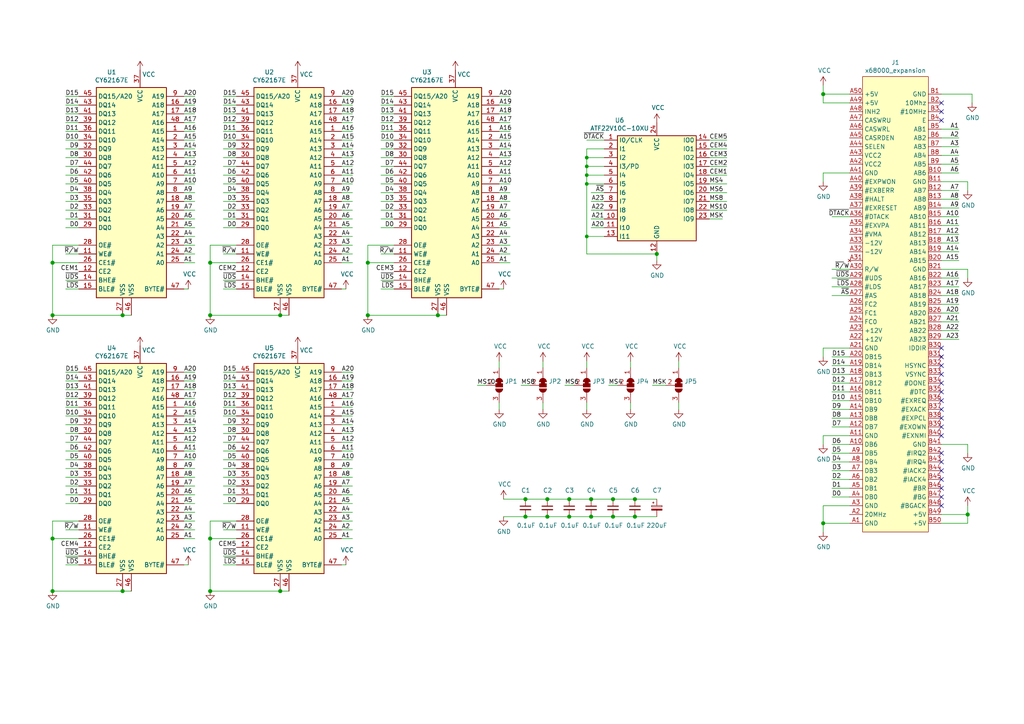
<source format=kicad_sch>
(kicad_sch (version 20211123) (generator eeschema)
  (paper "A4")
  (junction (at 165.1 149.86) (diameter 1.016))
  (junction (at 170.18 48.26))
  (junction (at 170.18 68.58))
  (junction (at 60.96 171.45) (diameter 1.016))
  (junction (at 170.18 45.72))
  (junction (at 60.96 156.21) (diameter 1.016))
  (junction (at 170.18 50.8))
  (junction (at 106.68 91.44) (diameter 1.016))
  (junction (at 15.24 76.2) (diameter 1.016))
  (junction (at 158.75 149.86) (diameter 1.016))
  (junction (at 184.15 144.78) (diameter 1.016))
  (junction (at 238.76 151.765) (diameter 1.016))
  (junction (at 171.45 149.86) (diameter 1.016))
  (junction (at 106.68 76.2) (diameter 1.016))
  (junction (at 165.1 144.78) (diameter 1.016))
  (junction (at 238.76 27.305) (diameter 1.016))
  (junction (at 190.5 73.66) (diameter 1.016))
  (junction (at 152.4 149.86) (diameter 1.016))
  (junction (at 170.18 53.34))
  (junction (at 35.56 171.45) (diameter 1.016))
  (junction (at 184.15 149.86) (diameter 1.016))
  (junction (at 15.24 156.21) (diameter 1.016))
  (junction (at 81.28 171.45) (diameter 1.016))
  (junction (at 177.8 149.86) (diameter 1.016))
  (junction (at 60.96 76.2) (diameter 1.016))
  (junction (at 60.96 91.44) (diameter 1.016))
  (junction (at 152.4 144.78) (diameter 1.016))
  (junction (at 158.75 144.78) (diameter 1.016))
  (junction (at 280.67 149.225) (diameter 1.016))
  (junction (at 81.28 91.44) (diameter 1.016))
  (junction (at 35.56 91.44) (diameter 1.016))
  (junction (at 177.8 144.78) (diameter 1.016))
  (junction (at 15.24 91.44) (diameter 1.016))
  (junction (at 127 91.44) (diameter 1.016))
  (junction (at 15.24 171.45) (diameter 1.016))
  (junction (at 171.45 144.78) (diameter 1.016))
  (no_connect (at 273.05 136.525))
  (no_connect (at 273.05 121.285))
  (no_connect (at 273.05 144.145))
  (no_connect (at 273.05 34.925))
  (no_connect (at 273.05 133.985))
  (no_connect (at 273.05 116.205))
  (no_connect (at 273.05 123.825))
  (no_connect (at 273.05 100.965))
  (no_connect (at 273.05 103.505))
  (no_connect (at 273.05 113.665))
  (no_connect (at 273.05 131.445))
  (no_connect (at 273.05 29.845))
  (no_connect (at 273.05 118.745))
  (no_connect (at 273.05 111.125))
  (no_connect (at 273.05 108.585))
  (no_connect (at 273.05 146.685))
  (no_connect (at 273.05 32.385))
  (no_connect (at 273.05 106.045))
  (no_connect (at 273.05 139.065))
  (no_connect (at 273.05 126.365))
  (no_connect (at 273.05 141.605))
  (wire (pts (xy 241.3 121.285) (xy 246.38 121.285)))
  (wire (pts (xy 53.34 83.82) (xy 54.61 83.82)))
  (wire (pts (xy 60.96 151.13) (xy 60.96 156.21)))
  (wire (pts (xy 19.05 27.94) (xy 22.86 27.94)))
  (wire (pts (xy 144.78 55.88) (xy 147.955 55.88)))
  (wire (pts (xy 99.06 133.35) (xy 102.235 133.35)))
  (wire (pts (xy 170.18 50.8) (xy 175.26 50.8)))
  (wire (pts (xy 170.18 53.34) (xy 170.18 50.8)))
  (wire (pts (xy 64.77 48.26) (xy 68.58 48.26)))
  (wire (pts (xy 53.34 148.59) (xy 56.515 148.59)))
  (wire (pts (xy 241.3 78.105) (xy 246.38 78.105)))
  (wire (pts (xy 99.06 151.13) (xy 102.235 151.13)))
  (wire (pts (xy 15.24 171.45) (xy 35.56 171.45)))
  (wire (pts (xy 238.76 27.305) (xy 238.76 29.845)))
  (wire (pts (xy 53.34 38.1) (xy 56.515 38.1)))
  (wire (pts (xy 53.34 163.83) (xy 54.61 163.83)))
  (wire (pts (xy 146.05 144.78) (xy 152.4 144.78)))
  (wire (pts (xy 152.4 144.78) (xy 158.75 144.78)))
  (wire (pts (xy 53.34 130.81) (xy 56.515 130.81)))
  (wire (pts (xy 19.05 115.57) (xy 22.86 115.57)))
  (wire (pts (xy 53.34 140.97) (xy 56.515 140.97)))
  (wire (pts (xy 19.05 135.89) (xy 22.86 135.89)))
  (wire (pts (xy 15.24 76.2) (xy 22.86 76.2)))
  (wire (pts (xy 60.96 156.21) (xy 60.96 171.45)))
  (wire (pts (xy 53.34 115.57) (xy 56.515 115.57)))
  (wire (pts (xy 99.06 148.59) (xy 102.235 148.59)))
  (wire (pts (xy 273.05 98.425) (xy 278.13 98.425)))
  (wire (pts (xy 170.18 48.26) (xy 175.26 48.26)))
  (wire (pts (xy 170.18 50.8) (xy 170.18 48.26)))
  (wire (pts (xy 241.3 136.525) (xy 246.38 136.525)))
  (wire (pts (xy 53.34 110.49) (xy 56.515 110.49)))
  (wire (pts (xy 64.77 58.42) (xy 68.58 58.42)))
  (wire (pts (xy 280.67 151.765) (xy 280.67 149.225)))
  (wire (pts (xy 144.78 38.1) (xy 147.955 38.1)))
  (wire (pts (xy 110.49 58.42) (xy 114.3 58.42)))
  (wire (pts (xy 64.77 83.82) (xy 68.58 83.82)))
  (wire (pts (xy 110.49 60.96) (xy 114.3 60.96)))
  (wire (pts (xy 205.74 55.88) (xy 210.82 55.88)))
  (wire (pts (xy 53.34 107.95) (xy 56.515 107.95)))
  (wire (pts (xy 64.77 73.66) (xy 68.58 73.66)))
  (wire (pts (xy 64.77 146.05) (xy 68.58 146.05)))
  (wire (pts (xy 64.77 38.1) (xy 68.58 38.1)))
  (wire (pts (xy 138.43 111.76) (xy 140.97 111.76)))
  (wire (pts (xy 273.05 52.705) (xy 280.67 52.705)))
  (wire (pts (xy 144.78 27.94) (xy 147.955 27.94)))
  (wire (pts (xy 64.77 133.35) (xy 68.58 133.35)))
  (wire (pts (xy 110.49 27.94) (xy 114.3 27.94)))
  (wire (pts (xy 19.05 35.56) (xy 22.86 35.56)))
  (wire (pts (xy 238.76 126.365) (xy 238.76 128.905)))
  (wire (pts (xy 144.78 50.8) (xy 147.955 50.8)))
  (wire (pts (xy 60.96 76.2) (xy 68.58 76.2)))
  (wire (pts (xy 53.34 45.72) (xy 56.515 45.72)))
  (wire (pts (xy 19.05 133.35) (xy 22.86 133.35)))
  (wire (pts (xy 53.34 76.2) (xy 56.515 76.2)))
  (wire (pts (xy 110.49 38.1) (xy 114.3 38.1)))
  (wire (pts (xy 15.24 71.12) (xy 15.24 76.2)))
  (wire (pts (xy 189.23 111.76) (xy 193.04 111.76)))
  (wire (pts (xy 53.34 138.43) (xy 56.515 138.43)))
  (wire (pts (xy 273.05 55.245) (xy 278.13 55.245)))
  (wire (pts (xy 144.78 66.04) (xy 147.955 66.04)))
  (wire (pts (xy 170.18 40.64) (xy 175.26 40.64)))
  (wire (pts (xy 19.05 120.65) (xy 22.86 120.65)))
  (wire (pts (xy 241.3 141.605) (xy 246.38 141.605)))
  (wire (pts (xy 53.34 120.65) (xy 56.515 120.65)))
  (wire (pts (xy 144.78 71.12) (xy 147.955 71.12)))
  (wire (pts (xy 64.77 33.02) (xy 68.58 33.02)))
  (wire (pts (xy 205.74 45.72) (xy 210.82 45.72)))
  (wire (pts (xy 19.05 55.88) (xy 22.86 55.88)))
  (wire (pts (xy 64.77 128.27) (xy 68.58 128.27)))
  (wire (pts (xy 241.3 131.445) (xy 246.38 131.445)))
  (wire (pts (xy 99.06 50.8) (xy 102.235 50.8)))
  (wire (pts (xy 144.78 116.84) (xy 144.78 118.745)))
  (wire (pts (xy 106.68 91.44) (xy 127 91.44)))
  (wire (pts (xy 273.05 73.025) (xy 278.13 73.025)))
  (wire (pts (xy 19.05 143.51) (xy 22.86 143.51)))
  (wire (pts (xy 273.05 70.485) (xy 278.13 70.485)))
  (wire (pts (xy 64.77 161.29) (xy 68.58 161.29)))
  (wire (pts (xy 273.05 42.545) (xy 278.13 42.545)))
  (wire (pts (xy 171.45 66.04) (xy 175.26 66.04)))
  (wire (pts (xy 60.96 156.21) (xy 68.58 156.21)))
  (wire (pts (xy 99.06 130.81) (xy 102.235 130.81)))
  (wire (pts (xy 158.75 149.86) (xy 165.1 149.86)))
  (wire (pts (xy 19.05 60.96) (xy 22.86 60.96)))
  (wire (pts (xy 99.06 43.18) (xy 102.235 43.18)))
  (wire (pts (xy 144.78 68.58) (xy 147.955 68.58)))
  (wire (pts (xy 184.15 144.78) (xy 190.5 144.78)))
  (wire (pts (xy 205.74 50.8) (xy 210.82 50.8)))
  (wire (pts (xy 64.77 60.96) (xy 68.58 60.96)))
  (wire (pts (xy 171.45 55.88) (xy 175.26 55.88)))
  (wire (pts (xy 163.83 111.76) (xy 166.37 111.76)))
  (wire (pts (xy 241.3 123.825) (xy 246.38 123.825)))
  (wire (pts (xy 68.58 71.12) (xy 60.96 71.12)))
  (wire (pts (xy 110.49 66.04) (xy 114.3 66.04)))
  (wire (pts (xy 19.05 43.18) (xy 22.86 43.18)))
  (wire (pts (xy 99.06 140.97) (xy 102.235 140.97)))
  (wire (pts (xy 110.49 45.72) (xy 114.3 45.72)))
  (wire (pts (xy 19.05 107.95) (xy 22.86 107.95)))
  (wire (pts (xy 110.49 83.82) (xy 114.3 83.82)))
  (wire (pts (xy 273.05 45.085) (xy 278.13 45.085)))
  (wire (pts (xy 273.05 80.645) (xy 278.13 80.645)))
  (wire (pts (xy 170.18 68.58) (xy 175.26 68.58)))
  (wire (pts (xy 238.76 151.765) (xy 238.76 154.305)))
  (wire (pts (xy 64.77 135.89) (xy 68.58 135.89)))
  (wire (pts (xy 110.49 53.34) (xy 114.3 53.34)))
  (wire (pts (xy 19.05 113.03) (xy 22.86 113.03)))
  (wire (pts (xy 99.06 156.21) (xy 102.235 156.21)))
  (wire (pts (xy 64.77 45.72) (xy 68.58 45.72)))
  (wire (pts (xy 19.05 123.19) (xy 22.86 123.19)))
  (wire (pts (xy 19.05 45.72) (xy 22.86 45.72)))
  (wire (pts (xy 19.05 153.67) (xy 22.86 153.67)))
  (wire (pts (xy 19.05 146.05) (xy 22.86 146.05)))
  (wire (pts (xy 144.78 33.02) (xy 147.955 33.02)))
  (wire (pts (xy 273.05 75.565) (xy 278.13 75.565)))
  (wire (pts (xy 99.06 45.72) (xy 102.235 45.72)))
  (wire (pts (xy 19.05 110.49) (xy 22.86 110.49)))
  (wire (pts (xy 53.34 146.05) (xy 56.515 146.05)))
  (wire (pts (xy 53.34 58.42) (xy 56.515 58.42)))
  (wire (pts (xy 64.77 125.73) (xy 68.58 125.73)))
  (wire (pts (xy 241.3 128.905) (xy 246.38 128.905)))
  (wire (pts (xy 19.05 63.5) (xy 22.86 63.5)))
  (wire (pts (xy 53.34 68.58) (xy 56.515 68.58)))
  (wire (pts (xy 144.78 48.26) (xy 147.955 48.26)))
  (wire (pts (xy 15.24 156.21) (xy 15.24 171.45)))
  (wire (pts (xy 19.05 33.02) (xy 22.86 33.02)))
  (wire (pts (xy 110.49 55.88) (xy 114.3 55.88)))
  (wire (pts (xy 19.05 48.26) (xy 22.86 48.26)))
  (wire (pts (xy 110.49 43.18) (xy 114.3 43.18)))
  (wire (pts (xy 106.68 76.2) (xy 114.3 76.2)))
  (wire (pts (xy 241.3 103.505) (xy 246.38 103.505)))
  (wire (pts (xy 64.77 143.51) (xy 68.58 143.51)))
  (wire (pts (xy 273.05 151.765) (xy 280.67 151.765)))
  (wire (pts (xy 53.34 143.51) (xy 56.515 143.51)))
  (wire (pts (xy 238.76 151.765) (xy 246.38 151.765)))
  (wire (pts (xy 273.05 40.005) (xy 278.13 40.005)))
  (wire (pts (xy 144.78 45.72) (xy 147.955 45.72)))
  (wire (pts (xy 64.77 81.28) (xy 68.58 81.28)))
  (wire (pts (xy 205.74 48.26) (xy 210.82 48.26)))
  (wire (pts (xy 205.74 60.96) (xy 210.82 60.96)))
  (wire (pts (xy 144.78 76.2) (xy 147.955 76.2)))
  (wire (pts (xy 205.74 53.34) (xy 210.82 53.34)))
  (wire (pts (xy 144.78 73.66) (xy 147.955 73.66)))
  (wire (pts (xy 99.06 30.48) (xy 102.235 30.48)))
  (wire (pts (xy 15.24 76.2) (xy 15.24 91.44)))
  (wire (pts (xy 99.06 53.34) (xy 102.235 53.34)))
  (wire (pts (xy 99.06 55.88) (xy 102.235 55.88)))
  (wire (pts (xy 196.85 116.84) (xy 196.85 118.745)))
  (wire (pts (xy 190.5 73.66) (xy 190.5 75.565)))
  (wire (pts (xy 273.05 128.905) (xy 280.67 128.905)))
  (wire (pts (xy 81.28 171.45) (xy 83.82 171.45)))
  (wire (pts (xy 64.77 113.03) (xy 68.58 113.03)))
  (wire (pts (xy 53.34 156.21) (xy 56.515 156.21)))
  (wire (pts (xy 19.05 50.8) (xy 22.86 50.8)))
  (wire (pts (xy 165.1 149.86) (xy 171.45 149.86)))
  (wire (pts (xy 171.45 149.86) (xy 177.8 149.86)))
  (wire (pts (xy 19.05 140.97) (xy 22.86 140.97)))
  (wire (pts (xy 241.3 118.745) (xy 246.38 118.745)))
  (wire (pts (xy 184.15 149.86) (xy 190.5 149.86)))
  (wire (pts (xy 144.78 40.64) (xy 147.955 40.64)))
  (wire (pts (xy 19.05 53.34) (xy 22.86 53.34)))
  (wire (pts (xy 60.96 171.45) (xy 81.28 171.45)))
  (wire (pts (xy 144.78 60.96) (xy 147.955 60.96)))
  (wire (pts (xy 53.34 33.02) (xy 56.515 33.02)))
  (wire (pts (xy 182.88 104.775) (xy 182.88 106.68)))
  (wire (pts (xy 241.3 144.145) (xy 246.38 144.145)))
  (wire (pts (xy 110.49 81.28) (xy 114.3 81.28)))
  (wire (pts (xy 53.34 128.27) (xy 56.515 128.27)))
  (wire (pts (xy 64.77 66.04) (xy 68.58 66.04)))
  (wire (pts (xy 171.45 60.96) (xy 175.26 60.96)))
  (wire (pts (xy 280.67 78.105) (xy 280.67 80.645)))
  (wire (pts (xy 241.3 80.645) (xy 246.38 80.645)))
  (wire (pts (xy 60.96 91.44) (xy 81.28 91.44)))
  (wire (pts (xy 177.8 144.78) (xy 184.15 144.78)))
  (wire (pts (xy 64.77 120.65) (xy 68.58 120.65)))
  (wire (pts (xy 99.06 123.19) (xy 102.235 123.19)))
  (wire (pts (xy 171.45 63.5) (xy 175.26 63.5)))
  (wire (pts (xy 241.3 83.185) (xy 246.38 83.185)))
  (wire (pts (xy 53.34 27.94) (xy 56.515 27.94)))
  (wire (pts (xy 99.06 125.73) (xy 102.235 125.73)))
  (wire (pts (xy 19.05 38.1) (xy 22.86 38.1)))
  (wire (pts (xy 64.77 130.81) (xy 68.58 130.81)))
  (wire (pts (xy 99.06 58.42) (xy 102.235 58.42)))
  (wire (pts (xy 238.76 100.965) (xy 238.76 103.505)))
  (wire (pts (xy 99.06 35.56) (xy 102.235 35.56)))
  (wire (pts (xy 99.06 120.65) (xy 102.235 120.65)))
  (wire (pts (xy 53.34 43.18) (xy 56.515 43.18)))
  (wire (pts (xy 241.3 85.725) (xy 246.38 85.725)))
  (wire (pts (xy 273.05 67.945) (xy 278.13 67.945)))
  (wire (pts (xy 273.05 47.625) (xy 278.13 47.625)))
  (wire (pts (xy 281.94 27.305) (xy 281.94 29.845)))
  (wire (pts (xy 99.06 66.04) (xy 102.235 66.04)))
  (wire (pts (xy 64.77 123.19) (xy 68.58 123.19)))
  (wire (pts (xy 144.78 63.5) (xy 147.955 63.5)))
  (wire (pts (xy 110.49 50.8) (xy 114.3 50.8)))
  (wire (pts (xy 15.24 151.13) (xy 15.24 156.21)))
  (wire (pts (xy 273.05 95.885) (xy 278.13 95.885)))
  (wire (pts (xy 99.06 83.82) (xy 100.33 83.82)))
  (wire (pts (xy 241.3 108.585) (xy 246.38 108.585)))
  (wire (pts (xy 53.34 151.13) (xy 56.515 151.13)))
  (wire (pts (xy 170.18 116.84) (xy 170.18 118.745)))
  (wire (pts (xy 15.24 91.44) (xy 35.56 91.44)))
  (wire (pts (xy 273.05 85.725) (xy 278.13 85.725)))
  (wire (pts (xy 144.78 58.42) (xy 147.955 58.42)))
  (wire (pts (xy 238.76 126.365) (xy 246.38 126.365)))
  (wire (pts (xy 99.06 146.05) (xy 102.235 146.05)))
  (wire (pts (xy 241.3 116.205) (xy 246.38 116.205)))
  (wire (pts (xy 53.34 55.88) (xy 56.515 55.88)))
  (wire (pts (xy 99.06 138.43) (xy 102.235 138.43)))
  (wire (pts (xy 64.77 110.49) (xy 68.58 110.49)))
  (wire (pts (xy 53.34 50.8) (xy 56.515 50.8)))
  (wire (pts (xy 99.06 163.83) (xy 100.33 163.83)))
  (wire (pts (xy 146.05 149.86) (xy 152.4 149.86)))
  (wire (pts (xy 152.4 149.86) (xy 158.75 149.86)))
  (wire (pts (xy 64.77 35.56) (xy 68.58 35.56)))
  (wire (pts (xy 60.96 76.2) (xy 60.96 91.44)))
  (wire (pts (xy 273.05 57.785) (xy 278.13 57.785)))
  (wire (pts (xy 165.1 144.78) (xy 171.45 144.78)))
  (wire (pts (xy 171.45 144.78) (xy 177.8 144.78)))
  (wire (pts (xy 99.06 110.49) (xy 102.235 110.49)))
  (wire (pts (xy 22.86 151.13) (xy 15.24 151.13)))
  (wire (pts (xy 35.56 91.44) (xy 38.1 91.44)))
  (wire (pts (xy 280.67 128.905) (xy 280.67 131.445)))
  (wire (pts (xy 15.24 156.21) (xy 22.86 156.21)))
  (wire (pts (xy 241.3 111.125) (xy 246.38 111.125)))
  (wire (pts (xy 144.78 104.775) (xy 144.78 106.68)))
  (wire (pts (xy 64.77 43.18) (xy 68.58 43.18)))
  (wire (pts (xy 19.05 81.28) (xy 22.86 81.28)))
  (wire (pts (xy 110.49 63.5) (xy 114.3 63.5)))
  (wire (pts (xy 157.48 104.775) (xy 157.48 106.68)))
  (wire (pts (xy 53.34 60.96) (xy 56.515 60.96)))
  (wire (pts (xy 110.49 30.48) (xy 114.3 30.48)))
  (wire (pts (xy 280.67 52.705) (xy 280.67 55.245)))
  (wire (pts (xy 81.28 91.44) (xy 83.82 91.44)))
  (wire (pts (xy 205.74 58.42) (xy 210.82 58.42)))
  (wire (pts (xy 19.05 125.73) (xy 22.86 125.73)))
  (wire (pts (xy 238.76 24.765) (xy 238.76 27.305)))
  (wire (pts (xy 273.05 149.225) (xy 280.67 149.225)))
  (wire (pts (xy 246.38 100.965) (xy 238.76 100.965)))
  (wire (pts (xy 170.18 104.775) (xy 170.18 106.68)))
  (wire (pts (xy 19.05 128.27) (xy 22.86 128.27)))
  (wire (pts (xy 241.3 106.045) (xy 246.38 106.045)))
  (wire (pts (xy 280.67 149.225) (xy 280.67 146.685)))
  (wire (pts (xy 157.48 116.84) (xy 157.48 118.745)))
  (wire (pts (xy 64.77 27.94) (xy 68.58 27.94)))
  (wire (pts (xy 53.34 73.66) (xy 56.515 73.66)))
  (wire (pts (xy 99.06 107.95) (xy 102.235 107.95)))
  (wire (pts (xy 238.76 29.845) (xy 246.38 29.845)))
  (wire (pts (xy 19.05 163.83) (xy 22.86 163.83)))
  (wire (pts (xy 68.58 151.13) (xy 60.96 151.13)))
  (wire (pts (xy 170.18 53.34) (xy 170.18 68.58)))
  (wire (pts (xy 170.18 53.34) (xy 175.26 53.34)))
  (wire (pts (xy 170.18 68.58) (xy 170.18 73.66)))
  (wire (pts (xy 114.3 71.12) (xy 106.68 71.12)))
  (wire (pts (xy 19.05 66.04) (xy 22.86 66.04)))
  (wire (pts (xy 64.77 63.5) (xy 68.58 63.5)))
  (wire (pts (xy 241.3 133.985) (xy 246.38 133.985)))
  (wire (pts (xy 53.34 40.64) (xy 56.515 40.64)))
  (wire (pts (xy 53.34 53.34) (xy 56.515 53.34)))
  (wire (pts (xy 273.05 27.305) (xy 281.94 27.305)))
  (wire (pts (xy 99.06 118.11) (xy 102.235 118.11)))
  (wire (pts (xy 246.38 50.165) (xy 238.76 50.165)))
  (wire (pts (xy 22.86 71.12) (xy 15.24 71.12)))
  (wire (pts (xy 273.05 83.185) (xy 278.13 83.185)))
  (wire (pts (xy 273.05 88.265) (xy 278.13 88.265)))
  (wire (pts (xy 99.06 128.27) (xy 102.235 128.27)))
  (wire (pts (xy 273.05 37.465) (xy 278.13 37.465)))
  (wire (pts (xy 64.77 138.43) (xy 68.58 138.43)))
  (wire (pts (xy 241.3 113.665) (xy 246.38 113.665)))
  (wire (pts (xy 19.05 130.81) (xy 22.86 130.81)))
  (wire (pts (xy 64.77 50.8) (xy 68.58 50.8)))
  (wire (pts (xy 53.34 123.19) (xy 56.515 123.19)))
  (wire (pts (xy 144.78 43.18) (xy 147.955 43.18)))
  (wire (pts (xy 64.77 163.83) (xy 68.58 163.83)))
  (wire (pts (xy 19.05 138.43) (xy 22.86 138.43)))
  (wire (pts (xy 273.05 62.865) (xy 278.13 62.865)))
  (wire (pts (xy 53.34 35.56) (xy 56.515 35.56)))
  (wire (pts (xy 53.34 71.12) (xy 56.515 71.12)))
  (wire (pts (xy 176.53 111.76) (xy 179.07 111.76)))
  (wire (pts (xy 205.74 40.64) (xy 210.82 40.64)))
  (wire (pts (xy 144.78 30.48) (xy 147.955 30.48)))
  (wire (pts (xy 170.18 43.18) (xy 175.26 43.18)))
  (wire (pts (xy 170.18 43.18) (xy 170.18 45.72)))
  (wire (pts (xy 151.13 111.76) (xy 153.67 111.76)))
  (wire (pts (xy 53.34 66.04) (xy 56.515 66.04)))
  (wire (pts (xy 35.56 171.45) (xy 38.1 171.45)))
  (wire (pts (xy 53.34 30.48) (xy 56.515 30.48)))
  (wire (pts (xy 19.05 30.48) (xy 22.86 30.48)))
  (wire (pts (xy 99.06 63.5) (xy 102.235 63.5)))
  (wire (pts (xy 246.38 146.685) (xy 238.76 146.685)))
  (wire (pts (xy 196.85 104.775) (xy 196.85 106.68)))
  (wire (pts (xy 64.77 153.67) (xy 68.58 153.67)))
  (wire (pts (xy 127 91.44) (xy 129.54 91.44)))
  (wire (pts (xy 273.05 90.805) (xy 278.13 90.805)))
  (wire (pts (xy 144.78 83.82) (xy 146.05 83.82)))
  (wire (pts (xy 273.05 78.105) (xy 280.67 78.105)))
  (wire (pts (xy 144.78 53.34) (xy 147.955 53.34)))
  (wire (pts (xy 241.3 139.065) (xy 246.38 139.065)))
  (wire (pts (xy 53.34 133.35) (xy 56.515 133.35)))
  (wire (pts (xy 99.06 76.2) (xy 102.235 76.2)))
  (wire (pts (xy 60.96 71.12) (xy 60.96 76.2)))
  (wire (pts (xy 110.49 35.56) (xy 114.3 35.56)))
  (wire (pts (xy 19.05 73.66) (xy 22.86 73.66)))
  (wire (pts (xy 19.05 118.11) (xy 22.86 118.11)))
  (wire (pts (xy 64.77 53.34) (xy 68.58 53.34)))
  (wire (pts (xy 182.88 116.84) (xy 182.88 118.745)))
  (wire (pts (xy 53.34 125.73) (xy 56.515 125.73)))
  (wire (pts (xy 19.05 58.42) (xy 22.86 58.42)))
  (wire (pts (xy 64.77 115.57) (xy 68.58 115.57)))
  (wire (pts (xy 241.3 62.865) (xy 246.38 62.865)))
  (wire (pts (xy 273.05 65.405) (xy 278.13 65.405)))
  (wire (pts (xy 53.34 153.67) (xy 56.515 153.67)))
  (wire (pts (xy 273.05 50.165) (xy 278.13 50.165)))
  (wire (pts (xy 19.05 83.82) (xy 22.86 83.82)))
  (wire (pts (xy 158.75 144.78) (xy 165.1 144.78)))
  (wire (pts (xy 99.06 71.12) (xy 102.235 71.12)))
  (wire (pts (xy 99.06 38.1) (xy 102.235 38.1)))
  (wire (pts (xy 177.8 149.86) (xy 184.15 149.86)))
  (wire (pts (xy 64.77 55.88) (xy 68.58 55.88)))
  (wire (pts (xy 53.34 118.11) (xy 56.515 118.11)))
  (wire (pts (xy 205.74 63.5) (xy 209.55 63.5)))
  (wire (pts (xy 99.06 113.03) (xy 102.235 113.03)))
  (wire (pts (xy 64.77 118.11) (xy 68.58 118.11)))
  (wire (pts (xy 238.76 50.165) (xy 238.76 52.705)))
  (wire (pts (xy 99.06 68.58) (xy 102.235 68.58)))
  (wire (pts (xy 19.05 40.64) (xy 22.86 40.64)))
  (wire (pts (xy 170.18 73.66) (xy 190.5 73.66)))
  (wire (pts (xy 273.05 93.345) (xy 278.13 93.345)))
  (wire (pts (xy 64.77 30.48) (xy 68.58 30.48)))
  (wire (pts (xy 99.06 153.67) (xy 102.235 153.67)))
  (wire (pts (xy 144.78 35.56) (xy 147.955 35.56)))
  (wire (pts (xy 53.34 48.26) (xy 56.515 48.26)))
  (wire (pts (xy 99.06 143.51) (xy 102.235 143.51)))
  (wire (pts (xy 273.05 60.325) (xy 278.13 60.325)))
  (wire (pts (xy 110.49 33.02) (xy 114.3 33.02)))
  (wire (pts (xy 64.77 140.97) (xy 68.58 140.97)))
  (wire (pts (xy 99.06 40.64) (xy 102.235 40.64)))
  (wire (pts (xy 99.06 115.57) (xy 102.235 115.57)))
  (wire (pts (xy 106.68 76.2) (xy 106.68 91.44)))
  (wire (pts (xy 99.06 73.66) (xy 102.235 73.66)))
  (wire (pts (xy 99.06 60.96) (xy 102.235 60.96)))
  (wire (pts (xy 99.06 33.02) (xy 102.235 33.02)))
  (wire (pts (xy 99.06 48.26) (xy 102.235 48.26)))
  (wire (pts (xy 238.76 27.305) (xy 246.38 27.305)))
  (wire (pts (xy 110.49 40.64) (xy 114.3 40.64)))
  (wire (pts (xy 99.06 135.89) (xy 102.235 135.89)))
  (wire (pts (xy 205.74 43.18) (xy 210.82 43.18)))
  (wire (pts (xy 110.49 48.26) (xy 114.3 48.26)))
  (wire (pts (xy 53.34 135.89) (xy 56.515 135.89)))
  (wire (pts (xy 64.77 40.64) (xy 68.58 40.64)))
  (wire (pts (xy 170.18 45.72) (xy 175.26 45.72)))
  (wire (pts (xy 170.18 48.26) (xy 170.18 45.72)))
  (wire (pts (xy 99.06 27.94) (xy 102.235 27.94)))
  (wire (pts (xy 171.45 58.42) (xy 175.26 58.42)))
  (wire (pts (xy 238.76 146.685) (xy 238.76 151.765)))
  (wire (pts (xy 53.34 113.03) (xy 56.515 113.03)))
  (wire (pts (xy 64.77 107.95) (xy 68.58 107.95)))
  (wire (pts (xy 53.34 63.5) (xy 56.515 63.5)))
  (wire (pts (xy 106.68 71.12) (xy 106.68 76.2)))
  (wire (pts (xy 19.05 161.29) (xy 22.86 161.29)))
  (wire (pts (xy 110.49 73.66) (xy 114.3 73.66)))
  (label "D12" (at 22.86 35.56 180))
  (label "D13" (at 68.58 113.03 180))
  (label "CEM4" (at 205.74 43.18 0))
  (label "D0" (at 241.3 144.145 0))
  (label "A11" (at 99.06 50.8 0))
  (label "D11" (at 68.58 118.11 180))
  (label "A12" (at 99.06 128.27 0))
  (label "D4" (at 22.86 55.88 180))
  (label "D7" (at 114.3 48.26 180))
  (label "MS6" (at 205.74 55.88 0))
  (label "A9" (at 53.34 135.89 0))
  (label "CEM2" (at 68.58 78.74 180))
  (label "A11" (at 144.78 50.8 0))
  (label "A7" (at 278.13 55.245 180))
  (label "A13" (at 278.13 70.485 180))
  (label "D11" (at 114.3 38.1 180))
  (label "~{R{slash}}W" (at 68.58 73.66 180))
  (label "D8" (at 68.58 45.72 180))
  (label "A2" (at 53.34 73.66 0))
  (label "A2" (at 99.06 153.67 0))
  (label "A20" (at 99.06 27.94 0))
  (label "D15" (at 22.86 107.95 180))
  (label "A18" (at 99.06 33.02 0))
  (label "D14" (at 68.58 30.48 180))
  (label "D13" (at 114.3 33.02 180))
  (label "D2" (at 241.3 139.065 0))
  (label "D4" (at 241.3 133.985 0))
  (label "D1" (at 114.3 63.5 180))
  (label "A1" (at 99.06 76.2 0))
  (label "D0" (at 114.3 66.04 180))
  (label "D12" (at 114.3 35.56 180))
  (label "D6" (at 68.58 130.81 180))
  (label "A14" (at 278.13 73.025 180))
  (label "A1" (at 53.34 156.21 0))
  (label "D0" (at 22.86 66.04 180))
  (label "D11" (at 22.86 38.1 180))
  (label "A19" (at 278.13 88.265 180))
  (label "A20" (at 144.78 27.94 0))
  (label "D3" (at 68.58 58.42 180))
  (label "A11" (at 278.13 65.405 180))
  (label "D7" (at 241.3 123.825 0))
  (label "A3" (at 53.34 71.12 0))
  (label "A6" (at 278.13 50.165 180))
  (label "A12" (at 144.78 48.26 0))
  (label "A3" (at 278.13 42.545 180))
  (label "A20" (at 53.34 107.95 0))
  (label "A2" (at 144.78 73.66 0))
  (label "A5" (at 99.06 66.04 0))
  (label "D8" (at 114.3 45.72 180))
  (label "A16" (at 99.06 118.11 0))
  (label "~{UDS}" (at 68.58 161.29 180))
  (label "A15" (at 144.78 40.64 0))
  (label "CEM5" (at 68.58 158.75 180))
  (label "A1" (at 144.78 76.2 0))
  (label "~{LDS}" (at 22.86 83.82 180))
  (label "A9" (at 53.34 55.88 0))
  (label "A16" (at 99.06 38.1 0))
  (label "D7" (at 22.86 128.27 180))
  (label "D4" (at 22.86 135.89 180))
  (label "D15" (at 68.58 27.94 180))
  (label "D4" (at 68.58 135.89 180))
  (label "A4" (at 99.06 68.58 0))
  (label "D3" (at 22.86 138.43 180))
  (label "~{R{slash}}W" (at 22.86 73.66 180))
  (label "A9" (at 144.78 55.88 0))
  (label "D13" (at 241.3 108.585 0))
  (label "D9" (at 114.3 43.18 180))
  (label "D14" (at 68.58 110.49 180))
  (label "A10" (at 144.78 53.34 0))
  (label "A21" (at 175.26 63.5 180))
  (label "MS8" (at 151.13 111.76 0))
  (label "~{UDS}" (at 22.86 81.28 180))
  (label "D8" (at 22.86 45.72 180))
  (label "D14" (at 114.3 30.48 180))
  (label "D14" (at 241.3 106.045 0))
  (label "D10" (at 68.58 40.64 180))
  (label "A13" (at 99.06 125.73 0))
  (label "A15" (at 99.06 120.65 0))
  (label "D6" (at 68.58 50.8 180))
  (label "~{UDS}" (at 22.86 161.29 180))
  (label "D3" (at 22.86 58.42 180))
  (label "~{AS}" (at 246.38 85.725 180))
  (label "A11" (at 99.06 130.81 0))
  (label "A17" (at 99.06 35.56 0))
  (label "CEM4" (at 22.86 158.75 180))
  (label "~{LDS}" (at 68.58 83.82 180))
  (label "CEM1" (at 205.74 50.8 0))
  (label "D9" (at 22.86 43.18 180))
  (label "MSK" (at 189.23 111.76 0))
  (label "A5" (at 53.34 66.04 0))
  (label "D8" (at 241.3 121.285 0))
  (label "D5" (at 114.3 53.34 180))
  (label "A2" (at 99.06 73.66 0))
  (label "~{LDS}" (at 114.3 83.82 180))
  (label "~{AS}" (at 175.26 55.88 180))
  (label "A20" (at 99.06 107.95 0))
  (label "D13" (at 22.86 33.02 180))
  (label "D7" (at 68.58 48.26 180))
  (label "A19" (at 99.06 110.49 0))
  (label "A2" (at 278.13 40.005 180))
  (label "MS4" (at 205.74 53.34 0))
  (label "A4" (at 144.78 68.58 0))
  (label "~{R{slash}}W" (at 246.38 78.105 180))
  (label "D13" (at 68.58 33.02 180))
  (label "D0" (at 68.58 146.05 180))
  (label "A14" (at 144.78 43.18 0))
  (label "D2" (at 68.58 140.97 180))
  (label "A8" (at 99.06 58.42 0))
  (label "D2" (at 22.86 140.97 180))
  (label "A7" (at 99.06 60.96 0))
  (label "A23" (at 278.13 98.425 180))
  (label "MS6" (at 163.83 111.76 0))
  (label "~{DTACK}" (at 246.38 62.865 180))
  (label "D1" (at 68.58 63.5 180))
  (label "A8" (at 99.06 138.43 0))
  (label "A7" (at 144.78 60.96 0))
  (label "A7" (at 53.34 60.96 0))
  (label "D0" (at 68.58 66.04 180))
  (label "A9" (at 99.06 55.88 0))
  (label "D1" (at 22.86 63.5 180))
  (label "~{UDS}" (at 114.3 81.28 180))
  (label "D2" (at 68.58 60.96 180))
  (label "D2" (at 22.86 60.96 180))
  (label "D14" (at 22.86 110.49 180))
  (label "MSK" (at 205.74 63.5 0))
  (label "A14" (at 99.06 43.18 0))
  (label "A20" (at 175.26 66.04 180))
  (label "A19" (at 53.34 30.48 0))
  (label "D11" (at 241.3 113.665 0))
  (label "A4" (at 278.13 45.085 180))
  (label "D7" (at 22.86 48.26 180))
  (label "A7" (at 53.34 140.97 0))
  (label "D15" (at 68.58 107.95 180))
  (label "A6" (at 99.06 143.51 0))
  (label "A10" (at 53.34 133.35 0))
  (label "A14" (at 99.06 123.19 0))
  (label "MS10" (at 205.74 60.96 0))
  (label "D12" (at 68.58 35.56 180))
  (label "D10" (at 241.3 116.205 0))
  (label "A16" (at 53.34 38.1 0))
  (label "D3" (at 241.3 136.525 0))
  (label "D9" (at 68.58 123.19 180))
  (label "CEM3" (at 205.74 45.72 0))
  (label "D6" (at 22.86 130.81 180))
  (label "A17" (at 144.78 35.56 0))
  (label "A19" (at 99.06 30.48 0))
  (label "D11" (at 22.86 118.11 180))
  (label "D3" (at 114.3 58.42 180))
  (label "A23" (at 175.26 58.42 180))
  (label "D9" (at 22.86 123.19 180))
  (label "D12" (at 68.58 115.57 180))
  (label "D15" (at 22.86 27.94 180))
  (label "A5" (at 144.78 66.04 0))
  (label "A18" (at 53.34 113.03 0))
  (label "CEM3" (at 114.3 78.74 180))
  (label "A18" (at 144.78 33.02 0))
  (label "A9" (at 278.13 60.325 180))
  (label "A12" (at 53.34 48.26 0))
  (label "A11" (at 53.34 50.8 0))
  (label "A18" (at 53.34 33.02 0))
  (label "A8" (at 53.34 58.42 0))
  (label "A18" (at 278.13 85.725 180))
  (label "D10" (at 68.58 120.65 180))
  (label "D5" (at 22.86 133.35 180))
  (label "A13" (at 144.78 45.72 0))
  (label "A21" (at 278.13 93.345 180))
  (label "D0" (at 22.86 146.05 180))
  (label "D8" (at 68.58 125.73 180))
  (label "D4" (at 68.58 55.88 180))
  (label "D6" (at 114.3 50.8 180))
  (label "D10" (at 114.3 40.64 180))
  (label "A3" (at 99.06 71.12 0))
  (label "A8" (at 144.78 58.42 0))
  (label "A3" (at 144.78 71.12 0))
  (label "A5" (at 278.13 47.625 180))
  (label "A4" (at 53.34 148.59 0))
  (label "A1" (at 99.06 156.21 0))
  (label "MS4" (at 176.53 111.76 0))
  (label "D5" (at 241.3 131.445 0))
  (label "A13" (at 53.34 125.73 0))
  (label "A16" (at 144.78 38.1 0))
  (label "A12" (at 278.13 67.945 180))
  (label "A16" (at 278.13 80.645 180))
  (label "A15" (at 278.13 75.565 180))
  (label "A6" (at 53.34 143.51 0))
  (label "A17" (at 53.34 35.56 0))
  (label "~{R{slash}}W" (at 22.86 153.67 180))
  (label "A10" (at 99.06 133.35 0))
  (label "D8" (at 22.86 125.73 180))
  (label "~{LDS}" (at 22.86 163.83 180))
  (label "D14" (at 22.86 30.48 180))
  (label "D3" (at 68.58 138.43 180))
  (label "~{R{slash}}W" (at 114.3 73.66 180))
  (label "A1" (at 53.34 76.2 0))
  (label "D7" (at 68.58 128.27 180))
  (label "A16" (at 53.34 118.11 0))
  (label "A13" (at 53.34 45.72 0))
  (label "A15" (at 99.06 40.64 0))
  (label "A10" (at 99.06 53.34 0))
  (label "D5" (at 68.58 53.34 180))
  (label "D5" (at 22.86 53.34 180))
  (label "A6" (at 53.34 63.5 0))
  (label "D11" (at 68.58 38.1 180))
  (label "D5" (at 68.58 133.35 180))
  (label "A17" (at 278.13 83.185 180))
  (label "CEM1" (at 22.86 78.74 180))
  (label "D15" (at 241.3 103.505 0))
  (label "D4" (at 114.3 55.88 180))
  (label "D15" (at 114.3 27.94 180))
  (label "A3" (at 99.06 151.13 0))
  (label "A17" (at 53.34 115.57 0))
  (label "D9" (at 68.58 43.18 180))
  (label "A15" (at 53.34 120.65 0))
  (label "A1" (at 278.13 37.465 180))
  (label "~{UDS}" (at 246.38 80.645 180))
  (label "A14" (at 53.34 123.19 0))
  (label "A8" (at 278.13 57.785 180))
  (label "A18" (at 99.06 113.03 0))
  (label "A4" (at 99.06 148.59 0))
  (label "MS10" (at 138.43 111.76 0))
  (label "A22" (at 278.13 95.885 180))
  (label "MS8" (at 205.74 58.42 0))
  (label "A7" (at 99.06 140.97 0))
  (label "A3" (at 53.34 151.13 0))
  (label "CEM5" (at 205.74 40.64 0))
  (label "~{LDS}" (at 246.38 83.185 180))
  (label "A12" (at 53.34 128.27 0))
  (label "A5" (at 53.34 146.05 0))
  (label "D6" (at 22.86 50.8 180))
  (label "D10" (at 22.86 120.65 180))
  (label "~{R{slash}}W" (at 68.58 153.67 180))
  (label "CEM2" (at 205.74 48.26 0))
  (label "D6" (at 241.3 128.905 0))
  (label "A9" (at 99.06 135.89 0))
  (label "A17" (at 99.06 115.57 0))
  (label "D13" (at 22.86 113.03 180))
  (label "~{LDS}" (at 68.58 163.83 180))
  (label "A8" (at 53.34 138.43 0))
  (label "D1" (at 241.3 141.605 0))
  (label "D12" (at 22.86 115.57 180))
  (label "A22" (at 175.26 60.96 180))
  (label "A5" (at 99.06 146.05 0))
  (label "A10" (at 53.34 53.34 0))
  (label "A12" (at 99.06 48.26 0))
  (label "A13" (at 99.06 45.72 0))
  (label "A6" (at 144.78 63.5 0))
  (label "A20" (at 278.13 90.805 180))
  (label "A4" (at 53.34 68.58 0))
  (label "D2" (at 114.3 60.96 180))
  (label "A6" (at 99.06 63.5 0))
  (label "A15" (at 53.34 40.64 0))
  (label "A20" (at 53.34 27.94 0))
  (label "D1" (at 68.58 143.51 180))
  (label "A19" (at 53.34 110.49 0))
  (label "D9" (at 241.3 118.745 0))
  (label "A10" (at 278.13 62.865 180))
  (label "D12" (at 241.3 111.125 0))
  (label "A14" (at 53.34 43.18 0))
  (label "D1" (at 22.86 143.51 180))
  (label "D10" (at 22.86 40.64 180))
  (label "A2" (at 53.34 153.67 0))
  (label "~{UDS}" (at 68.58 81.28 180))
  (label "A19" (at 144.78 30.48 0))
  (label "A11" (at 53.34 130.81 0))
  (label "~{DTACK}" (at 175.26 40.64 180))
  (symbol (lib_id "galspanic:x68000_expansion") (at 269.24 -84.455 0) (unit 1)
    (property "Reference" "J1" (at 259.715 18.1356 0))
    (property "Value" "x68000_expansion" (at 259.715 20.447 0))
    (property "Footprint" "galspanic:x68000_expansion" (effects hide))
    (property "Datasheet" "http://www.amy.hi-ho.ne.jp/shimada/neptune/x68k.html" (effects hide))
  )
  (symbol (lib_id "galspanic:CY62167E") (at 38.1 55.88 0) (unit 1)
    (property "Reference" "U1" (at 32.385 20.9296 0))
    (property "Value" "CY62167E" (at 32.385 23.241 0))
    (property "Footprint" "Package_SO:TSOP-I-48_18.4x12mm_P0.5mm" (effects hide))
    (property "Datasheet" "https://www.cypress.com/file/43821/download" (effects hide))
  )
  (symbol (lib_id "power:VCC") (at 54.61 83.82 0) (unit 1)
    (property "Reference" "#PWR05" (effects hide))
    (property "Value" "VCC" (at 54.991 79.502 0))
  )
  (symbol (lib_id "power:GND") (at 280.67 55.245 0) (unit 1)
    (property "Reference" "#PWR036" (effects hide))
    (property "Value" "GND" (at 280.797 59.563 0))
  )
  (symbol (lib_id "power:GND") (at 281.94 29.845 0) (unit 1)
    (property "Reference" "#PWR040" (effects hide))
    (property "Value" "GND" (at 282.067 34.163 0))
  )
  (symbol (lib_id "power:GND") (at 280.67 80.645 0) (unit 1)
    (property "Reference" "#PWR037" (effects hide))
    (property "Value" "GND" (at 280.797 84.963 0))
  )
  (symbol (lib_id "power:GND") (at 280.67 131.445 0) (unit 1)
    (property "Reference" "#PWR038" (effects hide))
    (property "Value" "GND" (at 280.797 135.763 0))
  )
  (symbol (lib_id "power:VCC") (at 40.64 20.32 0) (unit 1)
    (property "Reference" "#PWR03" (effects hide))
    (property "Value" "VCC" (at 43.18 21.59 0))
  )
  (symbol (lib_id "power:VCC") (at 280.67 146.685 0) (unit 1)
    (property "Reference" "#PWR039" (effects hide))
    (property "Value" "VCC" (at 281.051 142.367 0))
  )
  (symbol (lib_id "power:GND") (at 15.24 91.44 0) (unit 1)
    (property "Reference" "#PWR01" (effects hide))
    (property "Value" "GND" (at 15.367 95.758 0))
  )
  (symbol (lib_id "power:VCC") (at 238.76 24.765 0) (unit 1)
    (property "Reference" "#PWR031" (effects hide))
    (property "Value" "VCC" (at 239.141 20.447 0))
  )
  (symbol (lib_id "power:GND") (at 238.76 52.705 0) (unit 1)
    (property "Reference" "#PWR032" (effects hide))
    (property "Value" "GND" (at 238.887 57.023 0))
  )
  (symbol (lib_id "power:GND") (at 238.76 128.905 0) (unit 1)
    (property "Reference" "#PWR034" (effects hide))
    (property "Value" "GND" (at 238.887 133.223 0))
  )
  (symbol (lib_id "power:GND") (at 238.76 154.305 0) (unit 1)
    (property "Reference" "#PWR035" (effects hide))
    (property "Value" "GND" (at 238.887 158.623 0))
  )
  (symbol (lib_id "galspanic:ATF22V10C-10PU") (at 190.5 55.88 0) (unit 1)
    (property "Reference" "U6" (at 179.705 34.8996 0))
    (property "Value" "ATF22V10C-10XU" (at 179.705 37.211 0))
    (property "Footprint" "Package_SO:TSSOP-24_4.4x7.8mm_P0.65mm" (effects hide))
    (property "Datasheet" "http://ww1.microchip.com/downloads/en/DeviceDoc/doc0735.pdf" (effects hide))
  )
  (symbol (lib_id "power:GND") (at 157.48 118.745 0) (unit 1)
    (property "Reference" "#PWR021" (effects hide))
    (property "Value" "GND" (at 157.5943 123.0694 0))
  )
  (symbol (lib_id "power:VCC") (at 132.08 20.32 0) (unit 1)
    (property "Reference" "#PWR014" (effects hide))
    (property "Value" "VCC" (at 134.62 21.59 0))
  )
  (symbol (lib_id "power:VCC") (at 86.36 100.33 0) (unit 1)
    (property "Reference" "#PWR010" (effects hide))
    (property "Value" "VCC" (at 88.9 101.6 0))
  )
  (symbol (lib_id "power:VCC") (at 146.05 83.82 0) (unit 1)
    (property "Reference" "#PWR019" (effects hide))
    (property "Value" "VCC" (at 146.431 79.502 0))
  )
  (symbol (lib_id "galspanic:CY62167E") (at 129.54 55.88 0) (unit 1)
    (property "Reference" "U3" (at 123.825 20.9296 0))
    (property "Value" "CY62167E" (at 123.825 23.241 0))
    (property "Footprint" "Package_SO:TSOP-I-48_18.4x12mm_P0.5mm" (effects hide))
    (property "Datasheet" "https://www.cypress.com/file/43821/download" (effects hide))
  )
  (symbol (lib_id "power:VCC") (at 182.88 104.775 0) (unit 1)
    (property "Reference" "#PWR025" (effects hide))
    (property "Value" "VCC" (at 183.2483 100.4506 0))
  )
  (symbol (lib_id "power:GND") (at 238.76 103.505 0) (unit 1)
    (property "Reference" "#PWR033" (effects hide))
    (property "Value" "GND" (at 238.887 107.823 0))
  )
  (symbol (lib_id "Device:C_Small") (at 171.45 147.32 0) (unit 1)
    (property "Reference" "C4" (at 170.18 142.24 0) (effects (justify left)))
    (property "Value" "0.1uF" (at 168.91 152.4 0) (effects (justify left)))
    (property "Footprint" "Capacitor_SMD:C_0603_1608Metric_Pad1.08x0.95mm_HandSolder" (effects hide))
  )
  (symbol (lib_id "power:VCC") (at 170.18 104.775 0) (unit 1)
    (property "Reference" "#PWR023" (effects hide))
    (property "Value" "VCC" (at 170.5483 100.4506 0))
  )
  (symbol (lib_id "Device:C_Small") (at 184.15 147.32 0) (unit 1)
    (property "Reference" "C6" (at 182.88 142.24 0) (effects (justify left)))
    (property "Value" "0.1uF" (at 181.61 152.4 0) (effects (justify left)))
    (property "Footprint" "Capacitor_SMD:C_0603_1608Metric_Pad1.08x0.95mm_HandSolder" (effects hide))
  )
  (symbol (lib_id "galspanic:CY62167E") (at 38.1 135.89 0) (unit 1)
    (property "Reference" "U4" (at 32.385 100.9396 0))
    (property "Value" "CY62167E" (at 32.385 103.251 0))
    (property "Footprint" "Package_SO:TSOP-I-48_18.4x12mm_P0.5mm" (effects hide))
    (property "Datasheet" "https://www.cypress.com/file/43821/download" (effects hide))
  )
  (symbol (lib_id "galspanic:CY62167E") (at 83.82 55.88 0) (unit 1)
    (property "Reference" "U2" (at 78.105 20.9296 0))
    (property "Value" "CY62167E" (at 78.105 23.241 0))
    (property "Footprint" "Package_SO:TSOP-I-48_18.4x12mm_P0.5mm" (effects hide))
    (property "Datasheet" "https://www.cypress.com/file/43821/download" (effects hide))
  )
  (symbol (lib_id "power:GND") (at 60.96 171.45 0) (unit 1)
    (property "Reference" "#PWR08" (effects hide))
    (property "Value" "GND" (at 61.087 175.768 0))
  )
  (symbol (lib_id "power:GND") (at 15.24 171.45 0) (unit 1)
    (property "Reference" "#PWR02" (effects hide))
    (property "Value" "GND" (at 15.367 175.768 0))
  )
  (symbol (lib_id "Device:CP_Small") (at 190.5 147.32 0) (unit 1)
    (property "Reference" "C7" (at 189.23 142.24 0) (effects (justify left)))
    (property "Value" "220uF" (at 190.5 152.4 0))
    (property "Footprint" "Capacitor_SMD:CP_Elec_6.3x7.7" (effects hide))
    (property "LCSC Part" "C340768" (effects hide))
  )
  (symbol (lib_id "Device:C_Small") (at 158.75 147.32 0) (unit 1)
    (property "Reference" "C2" (at 157.48 142.24 0) (effects (justify left)))
    (property "Value" "0.1uF" (at 156.21 152.4 0) (effects (justify left)))
    (property "Footprint" "Capacitor_SMD:C_0603_1608Metric_Pad1.08x0.95mm_HandSolder" (effects hide))
  )
  (symbol (lib_id "power:GND") (at 190.5 75.565 0) (unit 1)
    (property "Reference" "#PWR028" (effects hide))
    (property "Value" "GND" (at 190.6143 79.8894 0))
  )
  (symbol (lib_id "power:GND") (at 196.85 118.745 0) (unit 1)
    (property "Reference" "#PWR0102" (effects hide))
    (property "Value" "GND" (at 196.9643 123.0694 0))
  )
  (symbol (lib_id "power:VCC") (at 86.36 20.32 0) (unit 1)
    (property "Reference" "#PWR09" (effects hide))
    (property "Value" "VCC" (at 88.9 21.59 0))
  )
  (symbol (lib_id "power:VCC") (at 146.05 144.78 0) (unit 1)
    (property "Reference" "#PWR015" (effects hide))
    (property "Value" "VCC" (at 146.4183 140.4556 0))
  )
  (symbol (lib_id "Device:C_Small") (at 152.4 147.32 0) (unit 1)
    (property "Reference" "C1" (at 151.13 142.24 0) (effects (justify left)))
    (property "Value" "0.1uF" (at 149.86 152.4 0) (effects (justify left)))
    (property "Footprint" "Capacitor_SMD:C_0603_1608Metric_Pad1.08x0.95mm_HandSolder" (effects hide))
  )
  (symbol (lib_id "power:VCC") (at 196.85 104.775 0) (unit 1)
    (property "Reference" "#PWR0101" (effects hide))
    (property "Value" "VCC" (at 197.2183 100.4506 0))
  )
  (symbol (lib_id "power:GND") (at 60.96 91.44 0) (unit 1)
    (property "Reference" "#PWR07" (effects hide))
    (property "Value" "GND" (at 61.087 95.758 0))
  )
  (symbol (lib_id "Jumper:SolderJumper_3_Bridged12") (at 157.48 111.76 270) (unit 1)
    (property "Reference" "JP2" (at 159.1311 110.6106 90) (effects (justify left)))
    (property "Value" "SolderJumper_3_Bridged12" (effects hide))
    (property "Footprint" "Jumper:SolderJumper-3_P1.3mm_Bridged12_RoundedPad1.0x1.5mm" (effects hide))
  )
  (symbol (lib_id "Jumper:SolderJumper_3_Bridged12") (at 182.88 111.76 270) (unit 1)
    (property "Reference" "JP4" (at 184.5311 110.6106 90) (effects (justify left)))
    (property "Value" "SolderJumper_3_Bridged12" (effects hide))
    (property "Footprint" "Jumper:SolderJumper-3_P1.3mm_Bridged12_RoundedPad1.0x1.5mm" (effects hide))
  )
  (symbol (lib_id "power:GND") (at 170.18 118.745 0) (unit 1)
    (property "Reference" "#PWR024" (effects hide))
    (property "Value" "GND" (at 170.2943 123.0694 0))
  )
  (symbol (lib_id "power:GND") (at 182.88 118.745 0) (unit 1)
    (property "Reference" "#PWR026" (effects hide))
    (property "Value" "GND" (at 182.9943 123.0694 0))
  )
  (symbol (lib_id "power:VCC") (at 54.61 163.83 0) (unit 1)
    (property "Reference" "#PWR06" (effects hide))
    (property "Value" "VCC" (at 54.991 159.512 0))
  )
  (symbol (lib_id "power:GND") (at 146.05 149.86 0) (unit 1)
    (property "Reference" "#PWR016" (effects hide))
    (property "Value" "GND" (at 146.1643 154.1844 0))
  )
  (symbol (lib_id "power:VCC") (at 100.33 163.83 0) (unit 1)
    (property "Reference" "#PWR012" (effects hide))
    (property "Value" "VCC" (at 100.711 159.512 0))
  )
  (symbol (lib_id "power:VCC") (at 157.48 104.775 0) (unit 1)
    (property "Reference" "#PWR020" (effects hide))
    (property "Value" "VCC" (at 157.8483 100.4506 0))
  )
  (symbol (lib_id "Device:C_Small") (at 177.8 147.32 0) (unit 1)
    (property "Reference" "C5" (at 176.53 142.24 0) (effects (justify left)))
    (property "Value" "0.1uF" (at 175.26 152.4 0) (effects (justify left)))
    (property "Footprint" "Capacitor_SMD:C_0603_1608Metric_Pad1.08x0.95mm_HandSolder" (effects hide))
  )
  (symbol (lib_id "Jumper:SolderJumper_3_Bridged12") (at 170.18 111.76 270) (unit 1)
    (property "Reference" "JP3" (at 171.8311 110.6106 90) (effects (justify left)))
    (property "Value" "SolderJumper_3_Bridged12" (effects hide))
    (property "Footprint" "Jumper:SolderJumper-3_P1.3mm_Bridged12_RoundedPad1.0x1.5mm" (effects hide))
  )
  (symbol (lib_id "power:VCC") (at 144.78 104.775 0) (unit 1)
    (property "Reference" "#PWR017" (effects hide))
    (property "Value" "VCC" (at 145.1483 100.4506 0))
  )
  (symbol (lib_id "Device:C_Small") (at 165.1 147.32 0) (unit 1)
    (property "Reference" "C3" (at 163.83 142.24 0) (effects (justify left)))
    (property "Value" "0.1uF" (at 162.56 152.4 0) (effects (justify left)))
    (property "Footprint" "Capacitor_SMD:C_0603_1608Metric_Pad1.08x0.95mm_HandSolder" (effects hide))
  )
  (symbol (lib_id "power:VCC") (at 40.64 100.33 0) (unit 1)
    (property "Reference" "#PWR04" (effects hide))
    (property "Value" "VCC" (at 43.18 101.6 0))
  )
  (symbol (lib_id "power:GND") (at 106.68 91.44 0) (unit 1)
    (property "Reference" "#PWR013" (effects hide))
    (property "Value" "GND" (at 106.807 95.758 0))
  )
  (symbol (lib_id "Jumper:SolderJumper_3_Bridged12") (at 144.78 111.76 270) (unit 1)
    (property "Reference" "JP1" (at 146.4311 110.6106 90) (effects (justify left)))
    (property "Value" "SolderJumper_3_Bridged12" (effects hide))
    (property "Footprint" "Jumper:SolderJumper-3_P1.3mm_Bridged12_RoundedPad1.0x1.5mm" (effects hide))
  )
  (symbol (lib_id "power:VCC") (at 100.33 83.82 0) (unit 1)
    (property "Reference" "#PWR011" (effects hide))
    (property "Value" "VCC" (at 100.711 79.502 0))
  )
  (symbol (lib_id "power:GND") (at 144.78 118.745 0) (unit 1)
    (property "Reference" "#PWR018" (effects hide))
    (property "Value" "GND" (at 144.8943 123.0694 0))
  )
  (symbol (lib_id "galspanic:CY62167E") (at 83.82 135.89 0) (unit 1)
    (property "Reference" "U5" (at 78.105 100.9396 0))
    (property "Value" "CY62167E" (at 78.105 103.251 0))
    (property "Footprint" "Package_SO:TSOP-I-48_18.4x12mm_P0.5mm" (effects hide))
    (property "Datasheet" "https://www.cypress.com/file/43821/download" (effects hide))
  )
  (symbol (lib_id "power:VCC") (at 190.5 35.56 0) (unit 1)
    (property "Reference" "#PWR027" (effects hide))
    (property "Value" "VCC" (at 190.8683 31.2356 0))
  )
  (symbol (lib_id "Jumper:SolderJumper_3_Bridged12") (at 196.85 111.76 270) (unit 1)
    (property "Reference" "JP5" (at 198.5011 110.6106 90) (effects (justify left)))
    (property "Value" "SolderJumper_3_Bridged12" (effects hide))
    (property "Footprint" "Jumper:SolderJumper-3_P1.3mm_Bridged12_RoundedPad1.0x1.5mm" (effects hide))
  )
)
</source>
